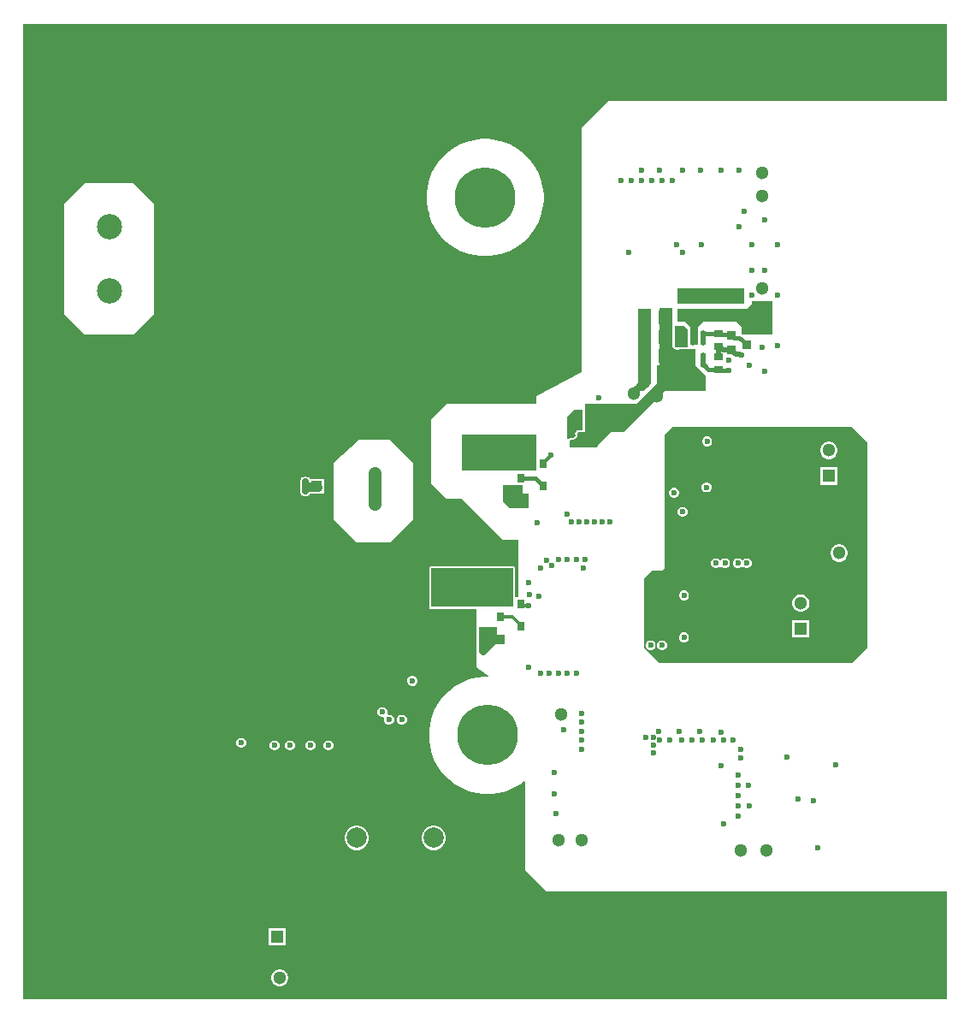
<source format=gbr>
%TF.GenerationSoftware,Altium Limited,Altium Designer,22.9.1 (49)*%
G04 Layer_Physical_Order=4*
G04 Layer_Color=16711680*
%FSLAX45Y45*%
%MOMM*%
%TF.SameCoordinates,B7DE9D22-2107-43EB-A15B-9EDAE082944A*%
%TF.FilePolarity,Positive*%
%TF.FileFunction,Copper,L4,Bot,Signal*%
%TF.Part,Single*%
G01*
G75*
%TA.AperFunction,SMDPad,CuDef*%
%ADD10R,1.45000X1.00000*%
%ADD12C,1.30000*%
%ADD13R,1.00000X1.45000*%
%ADD14R,0.75000X0.85000*%
G04:AMPARAMS|DCode=19|XSize=8mm|YSize=4.5mm|CornerRadius=1.125mm|HoleSize=0mm|Usage=FLASHONLY|Rotation=180.000|XOffset=0mm|YOffset=0mm|HoleType=Round|Shape=RoundedRectangle|*
%AMROUNDEDRECTD19*
21,1,8.00000,2.25000,0,0,180.0*
21,1,5.75000,4.50000,0,0,180.0*
1,1,2.25000,-2.87500,1.12500*
1,1,2.25000,2.87500,1.12500*
1,1,2.25000,2.87500,-1.12500*
1,1,2.25000,-2.87500,-1.12500*
%
%ADD19ROUNDEDRECTD19*%
%ADD20R,0.45000X0.45000*%
%ADD23R,0.85000X0.75000*%
G04:AMPARAMS|DCode=38|XSize=1.50543mm|YSize=0.57583mm|CornerRadius=0.28791mm|HoleSize=0mm|Usage=FLASHONLY|Rotation=90.000|XOffset=0mm|YOffset=0mm|HoleType=Round|Shape=RoundedRectangle|*
%AMROUNDEDRECTD38*
21,1,1.50543,0.00000,0,0,90.0*
21,1,0.92960,0.57583,0,0,90.0*
1,1,0.57583,0.00000,0.46480*
1,1,0.57583,0.00000,-0.46480*
1,1,0.57583,0.00000,-0.46480*
1,1,0.57583,0.00000,0.46480*
%
%ADD38ROUNDEDRECTD38*%
%ADD39R,0.57583X1.50543*%
%ADD40R,0.95000X0.95000*%
%TA.AperFunction,Conductor*%
%ADD46C,0.30000*%
%ADD48C,0.63500*%
%ADD49C,0.80000*%
%ADD50C,0.18500*%
%ADD53C,0.50800*%
%ADD54C,0.40000*%
%TA.AperFunction,ComponentPad*%
%ADD55C,1.30000*%
%ADD56C,6.00000*%
%ADD57C,1.90500*%
%ADD58C,2.00660*%
%ADD59C,0.60000*%
%ADD60C,2.50000*%
%ADD61R,1.30000X1.30000*%
%ADD62R,1.30000X1.30000*%
%TA.AperFunction,ViaPad*%
%ADD63C,0.60000*%
%TA.AperFunction,SMDPad,CuDef*%
%ADD64R,1.00000X1.00000*%
%ADD65R,0.80000X0.90000*%
%TA.AperFunction,Conductor*%
%ADD66C,1.27000*%
G36*
X7188200Y8407400D02*
X6527800D01*
Y8559800D01*
X7188200D01*
Y8407400D01*
D02*
G37*
G36*
X7467600Y8102600D02*
X7169308D01*
X7169170Y8102738D01*
X7162800Y8106995D01*
Y8178800D01*
X7112000Y8229600D01*
X6781800D01*
X6731000Y8178800D01*
Y8132512D01*
X6729201Y8123468D01*
Y8030508D01*
X6731000Y8021464D01*
Y8001000D01*
X6654800D01*
Y8178800D01*
X6604000Y8229600D01*
X6527800D01*
Y8356600D01*
X7213600D01*
X7264400Y8407400D01*
Y8432800D01*
X7467600D01*
Y8102600D01*
D02*
G37*
G36*
X6629400Y8153400D02*
Y7988300D01*
X6624392Y7983292D01*
X6560411D01*
X6552607Y7981739D01*
X6545991Y7977319D01*
X6545991Y7977318D01*
X6544572Y7975899D01*
X6543849Y7975600D01*
X6511751D01*
X6511029Y7975899D01*
X6502699Y7984229D01*
X6502400Y7984951D01*
Y8191500D01*
X6591300D01*
X6629400Y8153400D01*
D02*
G37*
G36*
X6261100Y7620000D02*
X6184900Y7543800D01*
X6121400D01*
X6096000Y7569200D01*
X6134100Y7607300D01*
Y7632700D01*
Y8356600D01*
X6261100D01*
Y7620000D01*
D02*
G37*
G36*
X5588000Y7157792D02*
X5541428D01*
X5539459Y7157400D01*
X5537450D01*
X5535594Y7156631D01*
X5533625Y7156240D01*
X5531955Y7155124D01*
X5530099Y7154355D01*
X5528679Y7152935D01*
X5527009Y7151819D01*
X5525893Y7150149D01*
X5524473Y7148729D01*
X5517417Y7138169D01*
X5516649Y7136314D01*
X5515533Y7134644D01*
X5515141Y7132674D01*
X5514372Y7130819D01*
Y7128810D01*
X5513981Y7126840D01*
X5514372Y7124871D01*
Y7122862D01*
X5515141Y7121006D01*
X5515533Y7119037D01*
X5516008Y7117889D01*
Y7106110D01*
X5511501Y7095229D01*
X5503171Y7086899D01*
X5492290Y7082392D01*
X5480511D01*
X5479363Y7082867D01*
X5477394Y7083259D01*
X5475538Y7084028D01*
X5473529D01*
X5471560Y7084419D01*
X5469591Y7084028D01*
X5467582D01*
X5465726Y7083259D01*
X5463756Y7082867D01*
X5462086Y7081751D01*
X5460231Y7080983D01*
X5449671Y7073927D01*
X5448300Y7072556D01*
X5448072Y7072557D01*
X5441343Y7074456D01*
X5435600Y7077817D01*
Y7295600D01*
X5500000Y7360000D01*
X5588000D01*
Y7157792D01*
D02*
G37*
G36*
X6477000Y7988300D02*
X6480314Y7984986D01*
X6485412Y7972677D01*
X6499477Y7958612D01*
X6517854Y7951000D01*
X6537746D01*
X6556123Y7958612D01*
X6560411Y7962900D01*
X6705600Y7962900D01*
Y7797800D01*
X6807200Y7696200D01*
Y7543800D01*
X6400800D01*
X5994400Y7137400D01*
X5867400D01*
X5715000Y6985000D01*
X5461000D01*
Y7056972D01*
X5471560Y7064028D01*
X5476454Y7062000D01*
X5496346D01*
X5514723Y7069612D01*
X5528788Y7083677D01*
X5536400Y7102054D01*
Y7121946D01*
X5534372Y7126840D01*
X5541428Y7137400D01*
X5613400D01*
Y7416800D01*
X6121400D01*
X6324600Y7620000D01*
Y7797800D01*
X6350000D01*
Y8369300D01*
X6477000D01*
Y7988300D01*
D02*
G37*
G36*
X5130800Y6756400D02*
X4394200D01*
Y7112000D01*
X5130800D01*
Y6756400D01*
D02*
G37*
G36*
X4991100Y6527800D02*
X5054600D01*
Y6388100D01*
X4864100D01*
X4800600Y6451600D01*
Y6616700D01*
X4991100D01*
Y6527800D01*
D02*
G37*
G36*
X9194800Y10414000D02*
X5842000D01*
X5575300Y10147300D01*
Y7734300D01*
X5130800Y7493000D01*
Y7416800D01*
X4241800D01*
X4089400Y7264400D01*
Y6629400D01*
X4241800Y6477000D01*
X4394200D01*
X4800600Y6070600D01*
X4953000D01*
Y5506460D01*
X4922592D01*
Y5791200D01*
X4921040Y5799004D01*
X4916619Y5805619D01*
X4910004Y5810040D01*
X4902200Y5811592D01*
X4089400D01*
X4081596Y5810040D01*
X4074981Y5805619D01*
X4070560Y5799004D01*
X4069008Y5791200D01*
Y5410200D01*
X4070560Y5402396D01*
X4074981Y5395781D01*
X4081596Y5391360D01*
X4089400Y5389808D01*
X4533900D01*
Y4813300D01*
X4653715Y4732344D01*
X4649997Y4720200D01*
X4610185D01*
X4534805Y4710276D01*
X4461365Y4690598D01*
X4391122Y4661502D01*
X4325278Y4623487D01*
X4264959Y4577203D01*
X4211197Y4523441D01*
X4164913Y4463122D01*
X4126898Y4397278D01*
X4097802Y4327035D01*
X4078124Y4253595D01*
X4068200Y4178215D01*
Y4102185D01*
X4078124Y4026805D01*
X4097802Y3953365D01*
X4126898Y3883122D01*
X4164913Y3817278D01*
X4211197Y3756959D01*
X4264959Y3703197D01*
X4325278Y3656913D01*
X4391122Y3618898D01*
X4461365Y3589802D01*
X4534805Y3570124D01*
X4610185Y3560200D01*
X4686215D01*
X4761595Y3570124D01*
X4835035Y3589802D01*
X4905278Y3618898D01*
X4971122Y3656913D01*
X5008610Y3685678D01*
X5020000Y3680061D01*
Y2803200D01*
X5232400Y2590800D01*
X9194800D01*
Y1524000D01*
X50800D01*
Y11176000D01*
X9194800D01*
Y10414000D01*
D02*
G37*
G36*
X4902200Y5410200D02*
X4089400D01*
Y5791200D01*
X4902200D01*
Y5410200D01*
D02*
G37*
G36*
X4737100Y5130800D02*
X4813300D01*
Y5041900D01*
X4724400D01*
X4610100Y4927600D01*
X4593937D01*
X4559300Y4962237D01*
Y5207000D01*
X4737100D01*
Y5130800D01*
D02*
G37*
G36*
X8407400Y7035800D02*
Y5003800D01*
X8255000Y4851400D01*
X6349999D01*
X6197600Y5003800D01*
Y5689600D01*
X6273800Y5765800D01*
X6375400D01*
X6400800Y5791200D01*
Y7112000D01*
X6477000Y7188200D01*
X8254999Y7188200D01*
X8407400Y7035800D01*
D02*
G37*
%LPC*%
G36*
X4660815Y10041500D02*
X4584785D01*
X4509405Y10031576D01*
X4435965Y10011898D01*
X4365722Y9982802D01*
X4299878Y9944787D01*
X4239559Y9898503D01*
X4185797Y9844741D01*
X4139513Y9784422D01*
X4101498Y9718578D01*
X4072402Y9648335D01*
X4052724Y9574895D01*
X4042800Y9499515D01*
Y9423485D01*
X4052724Y9348105D01*
X4072402Y9274665D01*
X4101498Y9204422D01*
X4139513Y9138578D01*
X4185797Y9078259D01*
X4239559Y9024497D01*
X4299878Y8978213D01*
X4365722Y8940198D01*
X4435965Y8911102D01*
X4509405Y8891424D01*
X4584785Y8881500D01*
X4660815D01*
X4736195Y8891424D01*
X4809635Y8911102D01*
X4879878Y8940198D01*
X4945722Y8978213D01*
X5006041Y9024497D01*
X5059803Y9078259D01*
X5106087Y9138578D01*
X5144102Y9204422D01*
X5173198Y9274665D01*
X5192876Y9348105D01*
X5202800Y9423485D01*
Y9499515D01*
X5192876Y9574895D01*
X5173198Y9648335D01*
X5144102Y9718578D01*
X5106087Y9784422D01*
X5059803Y9844741D01*
X5006041Y9898503D01*
X4945722Y9944787D01*
X4879878Y9982802D01*
X4809635Y10011898D01*
X4736195Y10031576D01*
X4660815Y10041500D01*
D02*
G37*
G36*
X1143000Y9601200D02*
X660400D01*
X457200Y9398000D01*
Y8305800D01*
X660400Y8102600D01*
X1143000D01*
X1346200Y8305800D01*
X1346200Y9398000D01*
X1143000Y9601200D01*
D02*
G37*
G36*
X2845279Y6699808D02*
X2825087Y6695791D01*
X2815736Y6689544D01*
X2802779D01*
Y6676586D01*
X2796531Y6667236D01*
X2792515Y6647044D01*
Y6609448D01*
X2791783Y6605767D01*
Y6561960D01*
X2791051Y6558280D01*
X2795067Y6538088D01*
X2801315Y6528738D01*
Y6515780D01*
X2814272D01*
X2823623Y6509533D01*
X2843814Y6505516D01*
X2864006Y6509533D01*
X2873357Y6515780D01*
X2886314D01*
Y6527800D01*
X3022600D01*
Y6535767D01*
X3027778D01*
Y6571403D01*
X3032209Y6593680D01*
X3027778Y6615957D01*
Y6675767D01*
X2888325D01*
X2887778Y6676586D01*
Y6689544D01*
X2874821D01*
X2865471Y6695791D01*
X2845279Y6699808D01*
D02*
G37*
G36*
X3381375Y7061200D02*
X3124200Y6832600D01*
X3124200Y6273800D01*
X3352800Y6045200D01*
X3682999D01*
X3911600Y6273799D01*
Y6832600D01*
X3683000Y7061200D01*
X3381375Y7061200D01*
D02*
G37*
G36*
X3914628Y4729142D02*
X3894737D01*
X3876360Y4721530D01*
X3862295Y4707465D01*
X3854683Y4689087D01*
Y4669196D01*
X3862295Y4650819D01*
X3876360Y4636754D01*
X3894737Y4629142D01*
X3914628D01*
X3933005Y4636754D01*
X3947071Y4650819D01*
X3954682Y4669196D01*
Y4689087D01*
X3947071Y4707465D01*
X3933005Y4721530D01*
X3914628Y4729142D01*
D02*
G37*
G36*
X3809786Y4342600D02*
X3789894D01*
X3771517Y4334988D01*
X3757452Y4320923D01*
X3749840Y4302546D01*
Y4282654D01*
X3757452Y4264277D01*
X3771517Y4250212D01*
X3789894Y4242600D01*
X3809786D01*
X3828163Y4250212D01*
X3842228Y4264277D01*
X3849840Y4282654D01*
Y4302546D01*
X3842228Y4320923D01*
X3828163Y4334988D01*
X3809786Y4342600D01*
D02*
G37*
G36*
X3616746Y4418800D02*
X3596854D01*
X3578477Y4411188D01*
X3564412Y4397123D01*
X3556800Y4378746D01*
Y4358854D01*
X3564412Y4340477D01*
X3578477Y4326412D01*
X3596854Y4318800D01*
X3616745D01*
X3625356Y4308620D01*
X3622840Y4302546D01*
Y4282654D01*
X3630452Y4264277D01*
X3644517Y4250212D01*
X3662894Y4242600D01*
X3682786D01*
X3701163Y4250212D01*
X3715228Y4264277D01*
X3722840Y4282654D01*
Y4302546D01*
X3715228Y4320923D01*
X3701163Y4334988D01*
X3682786Y4342600D01*
X3662895D01*
X3654284Y4352780D01*
X3656800Y4358854D01*
Y4378746D01*
X3649188Y4397123D01*
X3635123Y4411188D01*
X3616746Y4418800D01*
D02*
G37*
G36*
X2219746Y4114000D02*
X2199854D01*
X2181477Y4106388D01*
X2167412Y4092323D01*
X2159800Y4073946D01*
Y4054054D01*
X2167412Y4035677D01*
X2181477Y4021612D01*
X2199854Y4014000D01*
X2219746D01*
X2238123Y4021612D01*
X2252188Y4035677D01*
X2259800Y4054054D01*
Y4073946D01*
X2252188Y4092323D01*
X2238123Y4106388D01*
X2219746Y4114000D01*
D02*
G37*
G36*
X3083346Y4088600D02*
X3063454D01*
X3045077Y4080988D01*
X3031012Y4066923D01*
X3023400Y4048546D01*
Y4028654D01*
X3031012Y4010277D01*
X3045077Y3996212D01*
X3063454Y3988600D01*
X3083346D01*
X3101723Y3996212D01*
X3115788Y4010277D01*
X3123400Y4028654D01*
Y4048546D01*
X3115788Y4066923D01*
X3101723Y4080988D01*
X3083346Y4088600D01*
D02*
G37*
G36*
X2905546D02*
X2885654D01*
X2867277Y4080988D01*
X2853212Y4066923D01*
X2845600Y4048546D01*
Y4028654D01*
X2853212Y4010277D01*
X2867277Y3996212D01*
X2885654Y3988600D01*
X2905546D01*
X2923923Y3996212D01*
X2937988Y4010277D01*
X2945600Y4028654D01*
Y4048546D01*
X2937988Y4066923D01*
X2923923Y4080988D01*
X2905546Y4088600D01*
D02*
G37*
G36*
X2702346D02*
X2682454D01*
X2664077Y4080988D01*
X2650012Y4066923D01*
X2642400Y4048546D01*
Y4028654D01*
X2650012Y4010277D01*
X2664077Y3996212D01*
X2682454Y3988600D01*
X2702346D01*
X2720723Y3996212D01*
X2734788Y4010277D01*
X2742400Y4028654D01*
Y4048546D01*
X2734788Y4066923D01*
X2720723Y4080988D01*
X2702346Y4088600D01*
D02*
G37*
G36*
X2549946D02*
X2530054D01*
X2511677Y4080988D01*
X2497612Y4066923D01*
X2490000Y4048546D01*
Y4028654D01*
X2497612Y4010277D01*
X2511677Y3996212D01*
X2530054Y3988600D01*
X2549946D01*
X2568323Y3996212D01*
X2582388Y4010277D01*
X2590000Y4028654D01*
Y4048546D01*
X2582388Y4066923D01*
X2568323Y4080988D01*
X2549946Y4088600D01*
D02*
G37*
G36*
X4130642Y3244530D02*
X4098958D01*
X4068354Y3236330D01*
X4040916Y3220488D01*
X4018512Y3198084D01*
X4002670Y3170646D01*
X3994470Y3140042D01*
Y3108358D01*
X4002670Y3077754D01*
X4018512Y3050316D01*
X4040916Y3027912D01*
X4068354Y3012070D01*
X4098958Y3003870D01*
X4130642D01*
X4161246Y3012070D01*
X4188684Y3027912D01*
X4211088Y3050316D01*
X4226930Y3077754D01*
X4235130Y3108358D01*
Y3140042D01*
X4226930Y3170646D01*
X4211088Y3198084D01*
X4188684Y3220488D01*
X4161246Y3236330D01*
X4130642Y3244530D01*
D02*
G37*
G36*
X3368642D02*
X3336958D01*
X3306354Y3236330D01*
X3278916Y3220488D01*
X3256512Y3198084D01*
X3240670Y3170646D01*
X3232470Y3140042D01*
Y3108358D01*
X3240670Y3077754D01*
X3256512Y3050316D01*
X3278916Y3027912D01*
X3306354Y3012070D01*
X3336958Y3003870D01*
X3368642D01*
X3399246Y3012070D01*
X3426684Y3027912D01*
X3449088Y3050316D01*
X3464930Y3077754D01*
X3473130Y3108358D01*
Y3140042D01*
X3464930Y3170646D01*
X3449088Y3198084D01*
X3426684Y3220488D01*
X3399246Y3236330D01*
X3368642Y3244530D01*
D02*
G37*
G36*
X2650400Y2231300D02*
X2480400D01*
Y2061300D01*
X2650400D01*
Y2231300D01*
D02*
G37*
G36*
X2601990Y1824900D02*
X2579610D01*
X2557991Y1819107D01*
X2538609Y1807917D01*
X2522783Y1792091D01*
X2511593Y1772709D01*
X2505800Y1751090D01*
Y1728710D01*
X2511593Y1707091D01*
X2522783Y1687709D01*
X2538609Y1671883D01*
X2557991Y1660693D01*
X2579610Y1654900D01*
X2601990D01*
X2623609Y1660693D01*
X2642991Y1671883D01*
X2658817Y1687709D01*
X2670007Y1707091D01*
X2675800Y1728710D01*
Y1751090D01*
X2670007Y1772709D01*
X2658817Y1792091D01*
X2642991Y1807917D01*
X2623609Y1819107D01*
X2601990Y1824900D01*
D02*
G37*
G36*
X6829846Y7098500D02*
X6809954D01*
X6791577Y7090888D01*
X6777512Y7076823D01*
X6769900Y7058446D01*
Y7038554D01*
X6777512Y7020177D01*
X6791577Y7006112D01*
X6809954Y6998500D01*
X6829846D01*
X6848223Y7006112D01*
X6862288Y7020177D01*
X6869900Y7038554D01*
Y7058446D01*
X6862288Y7076823D01*
X6848223Y7090888D01*
X6829846Y7098500D01*
D02*
G37*
G36*
X8037590Y7044600D02*
X8015210D01*
X7993591Y7038807D01*
X7974209Y7027617D01*
X7958383Y7011791D01*
X7947193Y6992409D01*
X7941400Y6970790D01*
Y6948410D01*
X7947193Y6926791D01*
X7958383Y6907409D01*
X7974209Y6891583D01*
X7993591Y6880393D01*
X8015210Y6874600D01*
X8037590D01*
X8059209Y6880393D01*
X8078591Y6891583D01*
X8094417Y6907409D01*
X8105607Y6926791D01*
X8111400Y6948410D01*
Y6970790D01*
X8105607Y6992409D01*
X8094417Y7011791D01*
X8078591Y7027617D01*
X8059209Y7038807D01*
X8037590Y7044600D01*
D02*
G37*
G36*
X8111400Y6790600D02*
X7941400D01*
Y6620600D01*
X8111400D01*
Y6790600D01*
D02*
G37*
G36*
X6823146Y6645000D02*
X6803254D01*
X6784877Y6637388D01*
X6770812Y6623323D01*
X6763200Y6604946D01*
Y6585054D01*
X6770812Y6566677D01*
X6784877Y6552612D01*
X6803254Y6545000D01*
X6823146D01*
X6841523Y6552612D01*
X6855588Y6566677D01*
X6863200Y6585054D01*
Y6604946D01*
X6855588Y6623323D01*
X6841523Y6637388D01*
X6823146Y6645000D01*
D02*
G37*
G36*
X6503744Y6590500D02*
X6483853D01*
X6465476Y6582888D01*
X6451410Y6568823D01*
X6443798Y6550446D01*
Y6530554D01*
X6451410Y6512177D01*
X6465476Y6498112D01*
X6483853Y6490500D01*
X6503744D01*
X6522121Y6498112D01*
X6536186Y6512177D01*
X6543798Y6530554D01*
Y6550446D01*
X6536186Y6568823D01*
X6522121Y6582888D01*
X6503744Y6590500D01*
D02*
G37*
G36*
X6588546Y6400000D02*
X6568654D01*
X6550277Y6392388D01*
X6536212Y6378323D01*
X6528600Y6359946D01*
Y6340054D01*
X6536212Y6321677D01*
X6550277Y6307612D01*
X6568654Y6300000D01*
X6588546D01*
X6606923Y6307612D01*
X6620988Y6321677D01*
X6628600Y6340054D01*
Y6359946D01*
X6620988Y6378323D01*
X6606923Y6392388D01*
X6588546Y6400000D01*
D02*
G37*
G36*
X7223546Y5892000D02*
X7203654D01*
X7185277Y5884388D01*
X7177447Y5876557D01*
X7169150Y5871564D01*
X7160853Y5876557D01*
X7153023Y5884388D01*
X7134646Y5892000D01*
X7114754D01*
X7096377Y5884388D01*
X7082312Y5870323D01*
X7074700Y5851946D01*
Y5832054D01*
X7082312Y5813677D01*
X7096377Y5799612D01*
X7114754Y5792000D01*
X7134646D01*
X7153023Y5799612D01*
X7160853Y5807443D01*
X7169150Y5812436D01*
X7177447Y5807443D01*
X7185277Y5799612D01*
X7203654Y5792000D01*
X7223546D01*
X7241923Y5799612D01*
X7255988Y5813677D01*
X7263600Y5832054D01*
Y5851946D01*
X7255988Y5870323D01*
X7241923Y5884388D01*
X7223546Y5892000D01*
D02*
G37*
G36*
X7007646D02*
X6987754D01*
X6969377Y5884388D01*
X6961547Y5876557D01*
X6953250Y5871564D01*
X6944953Y5876557D01*
X6937123Y5884388D01*
X6918746Y5892000D01*
X6898854D01*
X6880477Y5884388D01*
X6866412Y5870323D01*
X6858800Y5851946D01*
Y5832054D01*
X6866412Y5813677D01*
X6880477Y5799612D01*
X6898854Y5792000D01*
X6918746D01*
X6937123Y5799612D01*
X6944953Y5807443D01*
X6953250Y5812436D01*
X6961547Y5807443D01*
X6969377Y5799612D01*
X6987754Y5792000D01*
X7007646D01*
X7026023Y5799612D01*
X7040088Y5813677D01*
X7047700Y5832054D01*
Y5851946D01*
X7040088Y5870323D01*
X7026023Y5884388D01*
X7007646Y5892000D01*
D02*
G37*
G36*
X8139190Y6028600D02*
X8116810D01*
X8095191Y6022807D01*
X8075809Y6011617D01*
X8059983Y5995791D01*
X8048793Y5976409D01*
X8043000Y5954790D01*
Y5932410D01*
X8048793Y5910791D01*
X8059983Y5891409D01*
X8075809Y5875583D01*
X8095191Y5864393D01*
X8116810Y5858600D01*
X8139190D01*
X8160809Y5864393D01*
X8180191Y5875583D01*
X8196017Y5891409D01*
X8207207Y5910791D01*
X8213000Y5932410D01*
Y5954790D01*
X8207207Y5976409D01*
X8196017Y5995791D01*
X8180191Y6011617D01*
X8160809Y6022807D01*
X8139190Y6028600D01*
D02*
G37*
G36*
X6601246Y5574500D02*
X6581354D01*
X6562977Y5566888D01*
X6548912Y5552823D01*
X6541300Y5534446D01*
Y5514554D01*
X6548912Y5496177D01*
X6562977Y5482112D01*
X6581354Y5474500D01*
X6601246D01*
X6619623Y5482112D01*
X6633688Y5496177D01*
X6641300Y5514554D01*
Y5534446D01*
X6633688Y5552823D01*
X6619623Y5566888D01*
X6601246Y5574500D01*
D02*
G37*
G36*
X7760730Y5535840D02*
X7738350D01*
X7716731Y5530047D01*
X7697349Y5518857D01*
X7681523Y5503031D01*
X7670333Y5483649D01*
X7664540Y5462030D01*
Y5439650D01*
X7670333Y5418031D01*
X7681523Y5398649D01*
X7697349Y5382823D01*
X7716731Y5371633D01*
X7738350Y5365840D01*
X7760730D01*
X7782349Y5371633D01*
X7801731Y5382823D01*
X7817557Y5398649D01*
X7828747Y5418031D01*
X7834540Y5439650D01*
Y5462030D01*
X7828747Y5483649D01*
X7817557Y5503031D01*
X7801731Y5518857D01*
X7782349Y5530047D01*
X7760730Y5535840D01*
D02*
G37*
G36*
X7834540Y5281840D02*
X7664540D01*
Y5111840D01*
X7834540D01*
Y5281840D01*
D02*
G37*
G36*
X6601246Y5157940D02*
X6581354D01*
X6562977Y5150328D01*
X6548912Y5136263D01*
X6541300Y5117886D01*
Y5097994D01*
X6548912Y5079617D01*
X6562977Y5065552D01*
X6581354Y5057940D01*
X6601246D01*
X6619623Y5065552D01*
X6633688Y5079617D01*
X6641300Y5097994D01*
Y5117886D01*
X6633688Y5136263D01*
X6619623Y5150328D01*
X6601246Y5157940D01*
D02*
G37*
G36*
X6385346Y5079200D02*
X6365454D01*
X6347077Y5071588D01*
X6333012Y5057523D01*
X6325400Y5039146D01*
Y5019254D01*
X6333012Y5000877D01*
X6347077Y4986812D01*
X6365454Y4979200D01*
X6385346D01*
X6403723Y4986812D01*
X6417788Y5000877D01*
X6425400Y5019254D01*
Y5039146D01*
X6417788Y5057523D01*
X6403723Y5071588D01*
X6385346Y5079200D01*
D02*
G37*
G36*
X6271046D02*
X6251154D01*
X6232777Y5071588D01*
X6218712Y5057523D01*
X6211100Y5039146D01*
Y5019254D01*
X6218712Y5000877D01*
X6232777Y4986812D01*
X6251154Y4979200D01*
X6271046D01*
X6289423Y4986812D01*
X6303488Y5000877D01*
X6311100Y5019254D01*
Y5039146D01*
X6303488Y5057523D01*
X6289423Y5071588D01*
X6271046Y5079200D01*
D02*
G37*
%LPD*%
D10*
X6827520Y8477000D02*
D03*
Y8287000D02*
D03*
X7029388Y8478510D02*
D03*
Y8288509D02*
D03*
X6622988Y8478510D02*
D03*
Y8288509D02*
D03*
D12*
X6324600Y7493000D02*
D03*
X6096000Y7518400D02*
D03*
D13*
X6199120Y7703820D02*
D03*
X6389120D02*
D03*
X6198630Y8276528D02*
D03*
X6388631D02*
D03*
X6199120Y7894320D02*
D03*
X6389120D02*
D03*
X6199120Y8084820D02*
D03*
X6389120D02*
D03*
D14*
X5544820Y7317740D02*
D03*
X5669820D02*
D03*
X5543528Y7200870D02*
D03*
X5668528D02*
D03*
D19*
X3708400Y4978400D02*
D03*
D20*
X2765278Y6647044D02*
D03*
X2845279D02*
D03*
X2763814Y6558280D02*
D03*
X2843814D02*
D03*
D23*
X6934200Y7760700D02*
D03*
Y7885700D02*
D03*
Y8114300D02*
D03*
Y7989300D02*
D03*
D38*
X6778948Y7856911D02*
D03*
Y8076988D02*
D03*
X6588948Y7856911D02*
D03*
X6683948Y8076988D02*
D03*
D39*
X6588948D02*
D03*
D40*
X7061200Y8101400D02*
D03*
Y7951400D02*
D03*
X7213600Y8002200D02*
D03*
Y8152200D02*
D03*
D46*
X4998518Y5422900D02*
X5058698D01*
X4754298Y5118600D02*
X4779298Y5093600D01*
X4897818Y5308600D02*
X4979958Y5226460D01*
Y5441460D02*
X4998518Y5422900D01*
X4979958Y5221460D02*
Y5226460D01*
X5198398Y6828300D02*
Y6833300D01*
X5270500Y6905402D02*
Y6908800D01*
X5198398Y6833300D02*
X5270500Y6905402D01*
X4779298Y5088600D02*
Y5093600D01*
X4653280Y5123180D02*
X4658692D01*
X4779298Y5308600D02*
X4897818D01*
X4663272Y5118600D02*
X4754298D01*
X4658692Y5123180D02*
X4663272Y5118600D01*
D48*
X2844547Y6559012D02*
Y6605767D01*
X2843814Y6558280D02*
X2844547Y6559012D01*
X2845279Y6605767D02*
X2957778D01*
X6153950Y7594345D02*
Y7601750D01*
X2845279Y6605767D02*
Y6647044D01*
X6096000Y7518400D02*
Y7536395D01*
X6153950Y7594345D01*
Y7601750D02*
X6159500Y7607300D01*
D49*
X2957778Y6605767D02*
X2967778Y6595767D01*
X2882900Y6593680D02*
X2971034D01*
D50*
X3286760Y5006204D02*
Y5021580D01*
X3294700Y4998264D02*
Y5013640D01*
X4089655Y4956419D02*
Y4978400D01*
X3927055D02*
X4008355D01*
X3708400D02*
X3845755D01*
X3927055Y4956419D02*
Y4978400D01*
X3845755D02*
X3886200D01*
X3927055D01*
X4008355Y4956419D02*
Y4978400D01*
X3845755Y4956419D02*
Y4978400D01*
X4008355D02*
X4030337D01*
X4008355Y4956419D02*
X4030337Y4978400D01*
X3322775Y4958959D02*
Y4970189D01*
X4089655Y4978400D02*
X4130040D01*
X3294700Y4998264D02*
X3322775Y4970189D01*
X3286760Y5006204D02*
X3294700Y4998264D01*
X3286760Y5021580D02*
X3294700Y5013640D01*
X4170955Y4956419D02*
Y4978400D01*
X4252255Y4956419D02*
Y4978400D01*
X4130040D02*
X4170955D01*
X4252255Y4956419D02*
Y4978400D01*
X4130040D02*
Y5019040D01*
X4414855Y4956419D02*
Y4967577D01*
X4455160Y5007882D01*
Y5019040D01*
X4373880Y5007892D02*
Y5019040D01*
X4252255Y4978400D02*
X4278418D01*
X4171071D02*
X4252255D01*
X4344388D02*
X4359707D01*
X4278418D02*
X4284660Y4984641D01*
Y5011100D01*
X4292600Y5019040D01*
X4373880Y5007892D02*
Y5019040D01*
X4359707Y4978400D02*
X4373748Y4964359D01*
X4406915D01*
X4414855Y4956419D01*
X4344388Y4978400D02*
X4373880Y5007892D01*
X4333555Y4967567D02*
X4344388Y4978400D01*
X4252255Y4956419D02*
Y4978400D01*
X4333555Y4956419D02*
Y4967567D01*
X4373880Y5007892D02*
Y5019040D01*
X4278418Y4978400D02*
X4292459Y4964359D01*
X4325615D01*
X4171071Y4978400D02*
X4211320Y5018649D01*
Y5019040D01*
X6527800Y8153400D02*
X6539030D01*
X6549420Y8143009D01*
X6569406D01*
X6588948Y8123468D01*
Y8076988D02*
Y8123468D01*
D53*
X2692400Y6553200D02*
X2743200D01*
X2689582Y6647112D02*
X2765210D01*
X2743200Y6553200D02*
X2758734D01*
X2765210Y6647112D02*
X2765278Y6647044D01*
X7151570Y7899400D02*
X7162800D01*
X7099450Y7913150D02*
X7137820D01*
X2689514Y6647180D02*
X2689582Y6647112D01*
X6934200Y7989300D02*
X6939200D01*
X7061200Y7951400D02*
X7099450Y7913150D01*
X6977100Y7951400D02*
X7061200D01*
X2754036Y6635802D02*
X2765278Y6647044D01*
X7137820Y7913150D02*
X7151570Y7899400D01*
X6939200Y7989300D02*
X6977100Y7951400D01*
X2758734Y6553200D02*
X2763814Y6558280D01*
X6934200Y7885700D02*
Y7989300D01*
X2743200Y6553200D02*
X2754036Y6564036D01*
Y6635802D01*
D54*
X6778948Y7815189D02*
X6831700Y7762437D01*
X7054750Y8107850D02*
X7061200Y8101400D01*
X6831700Y7762437D02*
X6932463D01*
X6934200Y8114300D02*
X6940650Y8107850D01*
X7031973Y7750827D02*
X7035800Y7747000D01*
X6940650Y8107850D02*
X7054750D01*
X6932463Y7762437D02*
X6944073Y7750827D01*
X6778948Y8076988D02*
Y8106178D01*
X6944073Y7750827D02*
X7031973D01*
X6787070Y8114300D02*
X6934200D01*
X5173398Y6633300D02*
X5178398D01*
X5198398Y6608300D02*
Y6613300D01*
X6778948Y8106178D02*
X6787070Y8114300D01*
X5178398Y6633300D02*
X5198398Y6613300D01*
X5118098Y6688600D02*
X5173398Y6633300D01*
X4978400Y6688600D02*
X5118098D01*
X7061200Y8101400D02*
X7088700Y8073900D01*
X7140332D02*
X7149532Y8064700D01*
X7151100D02*
X7213600Y8002200D01*
X7088700Y8073900D02*
X7140332D01*
X6778948Y7815189D02*
Y7856911D01*
X7149532Y8064700D02*
X7151100D01*
D55*
X5372100Y4343400D02*
D03*
X3276600Y3784600D02*
D03*
X4775200Y3200400D02*
D03*
X1841500Y6197600D02*
D03*
X2298700Y4584700D02*
D03*
X7407663Y3001843D02*
D03*
X5350798Y3098800D02*
D03*
X8128000Y6189980D02*
D03*
X7366000Y9707182D02*
D03*
Y8331200D02*
D03*
X2590800Y1739900D02*
D03*
X2365400Y2146300D02*
D03*
X5579398Y3098800D02*
D03*
X7153663Y3001843D02*
D03*
X2362200Y1739900D02*
D03*
X8026400Y6959600D02*
D03*
X7366000Y8564182D02*
D03*
Y9474200D02*
D03*
X7749540Y5450840D02*
D03*
X8128000Y5943600D02*
D03*
D56*
X2082800Y10718800D02*
D03*
X8128000Y2286000D02*
D03*
X4622800Y9461500D02*
D03*
X8178800Y10718800D02*
D03*
X4648200Y4140200D02*
D03*
X1016000Y2286000D02*
D03*
D57*
X3608070Y3379470D02*
D03*
Y2868930D02*
D03*
X3097530Y3379470D02*
D03*
Y2868930D02*
D03*
X4370070Y3379470D02*
D03*
Y2868930D02*
D03*
X3859530D02*
D03*
Y3379470D02*
D03*
D58*
X3352800Y3124200D02*
D03*
X4114800D02*
D03*
D59*
X3694682Y4579142D02*
D03*
X3774682D02*
D03*
Y4499142D02*
D03*
X3694682D02*
D03*
D60*
X914400Y10121900D02*
D03*
Y10756900D02*
D03*
X905798Y8542020D02*
D03*
Y9177020D02*
D03*
D61*
X2565400Y2146300D02*
D03*
D62*
X8026400Y6705600D02*
D03*
X7749540Y5196840D02*
D03*
D63*
X5750000Y7480000D02*
D03*
X7390800Y9243000D02*
D03*
X7515800Y8993000D02*
D03*
X7390800Y8743000D02*
D03*
X7515800Y8493000D02*
D03*
Y7993000D02*
D03*
X7390800Y7743000D02*
D03*
X7265800Y8993000D02*
D03*
Y8493000D02*
D03*
X6765800Y8993000D02*
D03*
X6515800D02*
D03*
X5140800Y6243000D02*
D03*
X3530600Y6527800D02*
D03*
Y6426200D02*
D03*
Y6629400D02*
D03*
X5592460Y5796704D02*
D03*
X5156200Y5511800D02*
D03*
X5169088Y5796380D02*
D03*
X5233623Y5874360D02*
D03*
X5283369Y5822597D02*
D03*
X5059383Y5535767D02*
D03*
X5058441Y5653502D02*
D03*
X3048000Y4419600D02*
D03*
X2971800D02*
D03*
X2870200D02*
D03*
X2768600D02*
D03*
X3073400Y4038600D02*
D03*
X2895600D02*
D03*
X2692400D02*
D03*
X2540000D02*
D03*
X3149600Y4470400D02*
D03*
X3318338Y4181659D02*
D03*
X5070400Y6832600D02*
D03*
X7924800Y5410200D02*
D03*
X8255000D02*
D03*
Y5156200D02*
D03*
X7924800D02*
D03*
X8102600Y5283200D02*
D03*
X7162800Y5207000D02*
D03*
X7493000D02*
D03*
Y4953000D02*
D03*
X7162800D02*
D03*
X7340600Y5080000D02*
D03*
X6451600Y6146800D02*
D03*
X6781800D02*
D03*
Y5892800D02*
D03*
X6451600D02*
D03*
X6629400Y6019800D02*
D03*
X7416800Y5892800D02*
D03*
X7747000D02*
D03*
Y5638800D02*
D03*
X7416800D02*
D03*
X7594600Y5765800D02*
D03*
X7569200Y6375400D02*
D03*
X7391400Y6248400D02*
D03*
X7721600D02*
D03*
Y6502400D02*
D03*
X7391400D02*
D03*
Y6959600D02*
D03*
X7696200D02*
D03*
X7264400Y8737600D02*
D03*
X6578600Y8915400D02*
D03*
X6045200D02*
D03*
X7366000Y7975600D02*
D03*
X6172200Y9728200D02*
D03*
X6350000D02*
D03*
X6578600D02*
D03*
X6756400D02*
D03*
X6959600D02*
D03*
X7137400D02*
D03*
X8999997Y10799997D02*
D03*
Y2399999D02*
D03*
Y1799999D02*
D03*
X8699997Y10799997D02*
D03*
X8849997Y10499997D02*
D03*
X8699997Y2399999D02*
D03*
X8849997Y2099999D02*
D03*
X8699997Y1799999D02*
D03*
X8549997Y10499997D02*
D03*
Y2099999D02*
D03*
X8399997Y1799999D02*
D03*
X8099998D02*
D03*
X7799998Y10799997D02*
D03*
Y1799999D02*
D03*
X7499998Y10799997D02*
D03*
X7649998Y10499997D02*
D03*
X7499998Y2399999D02*
D03*
X7649998Y2099999D02*
D03*
X7499998Y1799999D02*
D03*
X7199998Y10799997D02*
D03*
X7349998Y10499997D02*
D03*
X7199998Y2399999D02*
D03*
X7349998Y2099999D02*
D03*
X7199998Y1799999D02*
D03*
X6899998Y10799997D02*
D03*
X7049998Y10499997D02*
D03*
X6899998Y2399999D02*
D03*
X7049998Y2099999D02*
D03*
X6899998Y1799999D02*
D03*
X6599998Y10799997D02*
D03*
X6749998Y10499997D02*
D03*
X6599998Y2399999D02*
D03*
X6749998Y2099999D02*
D03*
X6599998Y1799999D02*
D03*
X6299998Y10799997D02*
D03*
X6449998Y10499997D02*
D03*
X6299998Y2399999D02*
D03*
X6449998Y2099999D02*
D03*
X6299998Y1799999D02*
D03*
X5999998Y10799997D02*
D03*
X6149998Y10499997D02*
D03*
X5999998Y2399999D02*
D03*
X6149998Y2099999D02*
D03*
X5999998Y1799999D02*
D03*
X5699998Y10799997D02*
D03*
X5849998Y10499997D02*
D03*
X5699998Y2399999D02*
D03*
X5849998Y2099999D02*
D03*
X5699998Y1799999D02*
D03*
X5399998Y10799997D02*
D03*
X5549998Y10499997D02*
D03*
X5399998Y10199997D02*
D03*
Y9599997D02*
D03*
Y8999997D02*
D03*
Y2399999D02*
D03*
X5549998Y2099999D02*
D03*
X5399998Y1799999D02*
D03*
X5099998Y10799997D02*
D03*
X5249998Y10499997D02*
D03*
X5099998Y10199997D02*
D03*
X5249998Y9899997D02*
D03*
Y9299997D02*
D03*
X5099998Y8999997D02*
D03*
X5249998Y8699997D02*
D03*
X5099998Y2399999D02*
D03*
X5249998Y2099999D02*
D03*
X5099998Y1799999D02*
D03*
X4799999Y10799997D02*
D03*
X4949998Y10499997D02*
D03*
X4799999Y10199997D02*
D03*
X4949998Y8699997D02*
D03*
Y3299999D02*
D03*
X4799999Y2999999D02*
D03*
X4949998Y2699999D02*
D03*
X4799999Y2399999D02*
D03*
X4949998Y2099999D02*
D03*
X4799999Y1799999D02*
D03*
X4499999Y10799997D02*
D03*
X4649999Y10499997D02*
D03*
X4499999Y10199997D02*
D03*
X4649999Y8699997D02*
D03*
X4499999Y4799999D02*
D03*
X4649999Y3299999D02*
D03*
X4499999Y2999999D02*
D03*
X4649999Y2699999D02*
D03*
X4499999Y2399999D02*
D03*
X4649999Y2099999D02*
D03*
X4499999Y1799999D02*
D03*
X4199999Y10799997D02*
D03*
X4349999Y10499997D02*
D03*
X4199999Y10199997D02*
D03*
Y8999997D02*
D03*
X4349999Y8699997D02*
D03*
X4199999Y4799999D02*
D03*
Y3599999D02*
D03*
X4349999Y2699999D02*
D03*
X4199999Y2399999D02*
D03*
X4349999Y2099999D02*
D03*
X4199999Y1799999D02*
D03*
X3899999Y10799997D02*
D03*
X4049999Y10499997D02*
D03*
X3899999Y10199997D02*
D03*
X4049999Y9899997D02*
D03*
X3899999Y9599997D02*
D03*
X4049999Y9299997D02*
D03*
X3899999Y8999997D02*
D03*
X4049999Y3299999D02*
D03*
Y2699999D02*
D03*
X3899999Y2399999D02*
D03*
X4049999Y2099999D02*
D03*
X3899999Y1799999D02*
D03*
X3599999Y10799997D02*
D03*
X3749999Y10499997D02*
D03*
X3599999Y10199997D02*
D03*
X3749999Y9899997D02*
D03*
X3599999Y9599997D02*
D03*
X3749999Y9299997D02*
D03*
X3599999Y8999997D02*
D03*
X3749999Y2699999D02*
D03*
X3599999Y2399999D02*
D03*
X3749999Y2099999D02*
D03*
X3599999Y1799999D02*
D03*
X3299999Y10799997D02*
D03*
X3449999Y10499997D02*
D03*
X3299999Y10199997D02*
D03*
X3449999Y9899997D02*
D03*
X3299999Y9599997D02*
D03*
X3449999Y9299997D02*
D03*
X3299999Y8999997D02*
D03*
X3449999Y8699997D02*
D03*
X3299999Y3599999D02*
D03*
X3449999Y3299999D02*
D03*
Y2699999D02*
D03*
X3299999Y2399999D02*
D03*
X3449999Y2099999D02*
D03*
X3299999Y1799999D02*
D03*
X2999999Y10799997D02*
D03*
X3149999Y10499997D02*
D03*
X2999999Y10199997D02*
D03*
X3149999Y9899997D02*
D03*
X2999999Y9599997D02*
D03*
X3149999Y9299997D02*
D03*
X2999999Y8999997D02*
D03*
X3149999Y8699997D02*
D03*
Y5699998D02*
D03*
X2999999Y5399998D02*
D03*
Y4799999D02*
D03*
X3149999Y3899999D02*
D03*
X2999999Y3599999D02*
D03*
Y2999999D02*
D03*
X3149999Y2699999D02*
D03*
X2999999Y2399999D02*
D03*
X3149999Y2099999D02*
D03*
X2999999Y1799999D02*
D03*
X2699999Y10799997D02*
D03*
X2849999Y10499997D02*
D03*
X2699999Y10199997D02*
D03*
X2849999Y9899997D02*
D03*
X2699999Y9599997D02*
D03*
X2849999Y9299997D02*
D03*
X2699999Y8999997D02*
D03*
X2849999Y8699997D02*
D03*
X2699999Y5999998D02*
D03*
X2849999Y5699998D02*
D03*
X2699999Y5399998D02*
D03*
Y4799999D02*
D03*
X2849999Y4499999D02*
D03*
Y3899999D02*
D03*
X2699999Y3599999D02*
D03*
X2849999Y3299999D02*
D03*
Y2699999D02*
D03*
Y2099999D02*
D03*
X2549999Y10499997D02*
D03*
X2399999Y10199997D02*
D03*
X2549999Y9899997D02*
D03*
X2399999Y9599997D02*
D03*
X2549999Y9299997D02*
D03*
X2399999Y8999997D02*
D03*
X2549999Y8699997D02*
D03*
Y6899998D02*
D03*
X2399999Y6599998D02*
D03*
Y5999998D02*
D03*
X2549999Y5699998D02*
D03*
X2399999Y5399998D02*
D03*
X2549999Y5099998D02*
D03*
X2399999Y4799999D02*
D03*
X2549999Y4499999D02*
D03*
Y3899999D02*
D03*
X2099999Y10199997D02*
D03*
X2249999Y9899997D02*
D03*
X2099999Y9599997D02*
D03*
X2249999Y6899998D02*
D03*
X2099999Y6599998D02*
D03*
X2249999Y5699998D02*
D03*
X2099999Y5399998D02*
D03*
X2249999Y5099998D02*
D03*
X2099999Y4799999D02*
D03*
Y2399999D02*
D03*
X2249999Y2099999D02*
D03*
X2099999Y1799999D02*
D03*
X1799999Y10199997D02*
D03*
X1949999Y9899997D02*
D03*
Y6899998D02*
D03*
X1799999Y6599998D02*
D03*
X1949999Y6299998D02*
D03*
X1799999Y5999998D02*
D03*
X1949999Y5699998D02*
D03*
X1799999Y5399998D02*
D03*
X1949999Y5099998D02*
D03*
X1799999Y4799999D02*
D03*
X1949999Y4499999D02*
D03*
X1799999Y4199999D02*
D03*
X1949999Y3899999D02*
D03*
X1799999Y3599999D02*
D03*
Y2999999D02*
D03*
X1949999Y2699999D02*
D03*
X1799999Y2399999D02*
D03*
X1949999Y2099999D02*
D03*
X1799999Y1799999D02*
D03*
X1500000Y10799997D02*
D03*
X1649999Y10499997D02*
D03*
X1500000Y10199997D02*
D03*
X1649999Y6899998D02*
D03*
X1500000Y6599998D02*
D03*
X1649999Y6299998D02*
D03*
X1500000Y5999998D02*
D03*
X1649999Y5699998D02*
D03*
X1500000Y5399998D02*
D03*
X1649999Y5099998D02*
D03*
X1500000Y4799999D02*
D03*
X1649999Y4499999D02*
D03*
X1500000Y4199999D02*
D03*
X1649999Y3899999D02*
D03*
X1500000Y3599999D02*
D03*
X1649999Y3299999D02*
D03*
X1500000Y2999999D02*
D03*
X1649999Y2699999D02*
D03*
X1500000Y2399999D02*
D03*
X1649999Y2099999D02*
D03*
X1500000Y1799999D02*
D03*
X1200000Y10799997D02*
D03*
X1350000Y10499997D02*
D03*
X1200000Y10199997D02*
D03*
X1350000Y9899997D02*
D03*
Y6899998D02*
D03*
X1200000Y6599998D02*
D03*
X1350000Y6299998D02*
D03*
X1200000Y5999998D02*
D03*
X1350000Y5699998D02*
D03*
X1200000Y5399998D02*
D03*
X1350000Y5099998D02*
D03*
X1200000Y4799999D02*
D03*
X1350000Y4499999D02*
D03*
X1200000Y4199999D02*
D03*
X1350000Y3899999D02*
D03*
X1200000Y3599999D02*
D03*
X1350000Y3299999D02*
D03*
X1200000Y2999999D02*
D03*
X1350000Y2699999D02*
D03*
Y2099999D02*
D03*
X1200000Y1799999D02*
D03*
X1050000Y10499997D02*
D03*
Y6899998D02*
D03*
X900000Y6599998D02*
D03*
X1050000Y6299998D02*
D03*
X900000Y5999998D02*
D03*
X1050000Y5699998D02*
D03*
X900000Y5399998D02*
D03*
X1050000Y5099998D02*
D03*
X900000Y4799999D02*
D03*
X1050000Y4499999D02*
D03*
X900000Y4199999D02*
D03*
X1050000Y3899999D02*
D03*
X900000Y3599999D02*
D03*
X1050000Y3299999D02*
D03*
X900000Y2999999D02*
D03*
X1050000Y2699999D02*
D03*
X900000Y1799999D02*
D03*
X600000Y10799997D02*
D03*
X750000Y10499997D02*
D03*
X600000Y10199997D02*
D03*
X750000Y9899997D02*
D03*
Y6899998D02*
D03*
X600000Y6599998D02*
D03*
X750000Y6299998D02*
D03*
X600000Y5999998D02*
D03*
X750000Y5699998D02*
D03*
X600000Y5399998D02*
D03*
X750000Y5099998D02*
D03*
X600000Y4799999D02*
D03*
X750000Y4499999D02*
D03*
X600000Y4199999D02*
D03*
X750000Y3899999D02*
D03*
X600000Y3599999D02*
D03*
X750000Y3299999D02*
D03*
X600000Y2999999D02*
D03*
X750000Y2699999D02*
D03*
X600000Y2399999D02*
D03*
Y1799999D02*
D03*
X300000Y10799997D02*
D03*
X450000Y10499997D02*
D03*
X300000Y10199997D02*
D03*
X450000Y9899997D02*
D03*
X300000Y7199998D02*
D03*
X450000Y6899998D02*
D03*
X300000Y6599998D02*
D03*
X450000Y6299998D02*
D03*
X300000Y5999998D02*
D03*
X450000Y5699998D02*
D03*
X300000Y5399998D02*
D03*
X450000Y5099998D02*
D03*
X300000Y4799999D02*
D03*
X450000Y4499999D02*
D03*
X300000Y4199999D02*
D03*
X450000Y3899999D02*
D03*
X300000Y3599999D02*
D03*
X450000Y3299999D02*
D03*
X300000Y2999999D02*
D03*
X450000Y2699999D02*
D03*
X300000Y2399999D02*
D03*
X450000Y2099999D02*
D03*
X300000Y1799999D02*
D03*
X5070400Y6985000D02*
D03*
X4279900Y8483600D02*
D03*
X3378200D02*
D03*
X2133600Y6273800D02*
D03*
X4770400Y7061200D02*
D03*
X2438400Y3200400D02*
D03*
X5054600Y4813300D02*
D03*
X3975100Y8407400D02*
D03*
X2844800Y8483600D02*
D03*
X7162800Y8509000D02*
D03*
X4379100Y5499100D02*
D03*
X4584700Y4978400D02*
D03*
X3606800Y8407400D02*
D03*
X6747798Y4178300D02*
D03*
X7162800Y7899400D02*
D03*
X4679100Y5499100D02*
D03*
X4414855Y4956419D02*
D03*
X3078875Y4958959D02*
D03*
X5575300Y4178300D02*
D03*
X2209800Y4064000D02*
D03*
X2260600Y2870200D02*
D03*
X1955800Y3352800D02*
D03*
X3611880Y5021580D02*
D03*
X7137400Y9169400D02*
D03*
X4089655Y4956419D02*
D03*
X5346700Y8483600D02*
D03*
X3967480Y5019040D02*
D03*
X7912100Y3022600D02*
D03*
X6159500Y7988300D02*
D03*
X3149600Y8407400D02*
D03*
X5041900D02*
D03*
X6596544Y7075970D02*
D03*
X3514683Y3849142D02*
D03*
X5575300Y4089400D02*
D03*
X6451600D02*
D03*
X5435600Y5880100D02*
D03*
X5556219Y6249869D02*
D03*
X4813300Y8483600D02*
D03*
X2159000Y8788400D02*
D03*
X6926580Y5400040D02*
D03*
X8089900Y3848100D02*
D03*
X6159500Y7797800D02*
D03*
X4508500Y8407400D02*
D03*
X3606800Y8483600D02*
D03*
X2184400Y6197600D02*
D03*
X4620400Y7061200D02*
D03*
X4610100Y5168900D02*
D03*
X3975100Y8483600D02*
D03*
X2768600D02*
D03*
X6731000Y8432800D02*
D03*
X4829100Y5651500D02*
D03*
X7150100Y3911600D02*
D03*
X5638800Y7086600D02*
D03*
X2463800Y8407400D02*
D03*
X2159000Y8483600D02*
D03*
X7239000Y7797800D02*
D03*
X4620400Y6908800D02*
D03*
X2997575Y4958959D02*
D03*
X3927055Y4956419D02*
D03*
X2260600Y2971800D02*
D03*
X5168900Y4749800D02*
D03*
X7188200Y9321800D02*
D03*
X4920400Y6908800D02*
D03*
X3322775Y4958959D02*
D03*
X5575300Y4000500D02*
D03*
X6235700Y7797800D02*
D03*
X5499100Y8407400D02*
D03*
X4048760Y5019040D02*
D03*
X2961640Y5021580D02*
D03*
X6502400Y5107300D02*
D03*
X5435600Y6324600D02*
D03*
X3098800Y6858000D02*
D03*
X3721100Y8661400D02*
D03*
X7124700Y3644900D02*
D03*
X5041900Y8483600D02*
D03*
X6507156Y7074982D02*
D03*
X3794683Y4169142D02*
D03*
X6667500Y4089400D02*
D03*
X4737100Y8407400D02*
D03*
X2159000Y8712200D02*
D03*
X5632419Y6249869D02*
D03*
X7157720Y6929120D02*
D03*
X4508500Y8483600D02*
D03*
X3530600D02*
D03*
X2057400Y6400800D02*
D03*
X4470400Y7061200D02*
D03*
X6819900Y7048500D02*
D03*
X6223000Y7607300D02*
D03*
X4203700Y8407400D02*
D03*
X2997200Y8483600D02*
D03*
X6731000Y8509000D02*
D03*
X4770400Y6985000D02*
D03*
X6286500Y3962400D02*
D03*
X2616200Y8407400D02*
D03*
X2235200Y8483600D02*
D03*
X7035800Y7747000D02*
D03*
X3650744Y4958824D02*
D03*
X5257800Y4749800D02*
D03*
X3073400Y8407400D02*
D03*
X2880360Y5021580D02*
D03*
X6265198Y5588000D02*
D03*
X5969000Y9626600D02*
D03*
X4529100Y5499100D02*
D03*
X4170955Y4956419D02*
D03*
X3975100Y8661400D02*
D03*
X4902200Y6515100D02*
D03*
X5499100Y8483600D02*
D03*
X4130040Y5019040D02*
D03*
X3042920Y5021580D02*
D03*
X6354098Y5588000D02*
D03*
X5715000Y7010400D02*
D03*
X5270500Y8407400D02*
D03*
X6813200Y6595000D02*
D03*
X3674683Y4169142D02*
D03*
X6565900Y4089400D02*
D03*
X5613400Y5880100D02*
D03*
X3530600Y8407400D02*
D03*
X4737100Y8483600D02*
D03*
X2235200Y8940800D02*
D03*
X5708619Y6249869D02*
D03*
X7160260Y6718300D02*
D03*
X4432300Y8407400D02*
D03*
X3683000Y8483600D02*
D03*
X2184400Y6502400D02*
D03*
X2692400Y6553200D02*
D03*
X6718300Y7048500D02*
D03*
X4829100Y5575300D02*
D03*
X4203700Y8483600D02*
D03*
X2921000D02*
D03*
X5312698Y3556000D02*
D03*
X6934200Y8432800D02*
D03*
X2768600Y8407400D02*
D03*
X2197100Y9347200D02*
D03*
X2387600Y8483600D02*
D03*
X7128798Y3746500D02*
D03*
X6629400Y7620000D02*
D03*
X4529100Y5651500D02*
D03*
X6286500Y4114800D02*
D03*
X5575300Y4356100D02*
D03*
X2540000Y8407400D02*
D03*
X5058698Y5422900D02*
D03*
X7611398Y3924300D02*
D03*
X6070600Y9626600D02*
D03*
X4470400Y6908800D02*
D03*
X3404075Y4958959D02*
D03*
X3886200Y8750300D02*
D03*
X2260600Y2463800D02*
D03*
X5270500Y6908800D02*
D03*
X4211320Y5019040D02*
D03*
X3124200Y5021580D02*
D03*
X6591300Y5524500D02*
D03*
X5741931Y7121949D02*
D03*
X6502400Y5016500D02*
D03*
X7124700Y3441700D02*
D03*
X5270500Y8483600D02*
D03*
X7124700Y5842000D02*
D03*
X3494682Y3919142D02*
D03*
X3530600Y6731000D02*
D03*
X6769100Y4089400D02*
D03*
X5473700Y6248400D02*
D03*
X3683000Y8407400D02*
D03*
X4965700D02*
D03*
X2235200Y8864600D02*
D03*
X5784819Y6249869D02*
D03*
X3810882Y4767742D02*
D03*
X4432300Y8483600D02*
D03*
X2235200Y8636000D02*
D03*
X2082800Y6197600D02*
D03*
X4127500Y8407400D02*
D03*
X3149600Y8483600D02*
D03*
X4529100Y5727700D02*
D03*
X6934200Y8509000D02*
D03*
X2844800Y8407400D02*
D03*
X2197100Y9245600D02*
D03*
X2311400Y8483600D02*
D03*
X7230398Y3644900D02*
D03*
X6544598Y4178300D02*
D03*
X6731000Y7620000D02*
D03*
X4470400Y6985000D02*
D03*
X2311400Y8407400D02*
D03*
X2667000Y4406900D02*
D03*
X6963698Y3835400D02*
D03*
X6172200Y9626600D02*
D03*
X4920400Y6985000D02*
D03*
X4252255Y4956419D02*
D03*
X5435600Y4749800D02*
D03*
X4292600Y5019040D02*
D03*
X3205480Y5021580D02*
D03*
X5486400Y7112000D02*
D03*
X6261100Y5029200D02*
D03*
X7721600Y3505200D02*
D03*
X5194300Y8407400D02*
D03*
X7213600Y5842000D02*
D03*
X3974682Y3919142D02*
D03*
X2336800Y3086100D02*
D03*
X6985000Y4089400D02*
D03*
X5524500Y5880100D02*
D03*
X4953000Y6578600D02*
D03*
X2387600Y8407400D02*
D03*
X4965700Y8483600D02*
D03*
X2159000Y8940800D02*
D03*
X5861019Y6249869D02*
D03*
X3734682Y4767742D02*
D03*
X4660900Y8407400D02*
D03*
X2235200Y8559800D02*
D03*
X2133600Y6350000D02*
D03*
X3799840Y4292600D02*
D03*
X4229100Y5727700D02*
D03*
X6235700Y8178800D02*
D03*
X4127500Y8483600D02*
D03*
X3073400D02*
D03*
X4679100Y5727700D02*
D03*
X4470400Y6832600D02*
D03*
X4379100Y5575300D02*
D03*
X3492500Y4202600D02*
D03*
X2997200Y8407400D02*
D03*
X2197100Y9144000D02*
D03*
X2540000Y8483600D02*
D03*
X7128798Y3543300D02*
D03*
X6341398Y4178300D02*
D03*
X6527800Y8153400D02*
D03*
X4529100Y5575300D02*
D03*
X3556000Y4152900D02*
D03*
X3953998Y4252351D02*
D03*
X4826000Y6515100D02*
D03*
X3378200Y8407400D02*
D03*
X2590800Y4406900D02*
D03*
X5325398Y3365500D02*
D03*
X6273800Y9626600D02*
D03*
X3485375Y4958959D02*
D03*
X4008355Y4956419D02*
D03*
X1968500Y4102100D02*
D03*
X4373880Y5019040D02*
D03*
X3286760Y5021580D02*
D03*
X6502400Y5524500D02*
D03*
X5486400Y7188200D02*
D03*
X4379100Y5651500D02*
D03*
X2794000Y6858000D02*
D03*
X5524500Y4749800D02*
D03*
X7874000Y3492500D02*
D03*
X5194300Y8483600D02*
D03*
X6997700Y5842000D02*
D03*
X3914683Y4169142D02*
D03*
X7150100Y4000500D02*
D03*
X3606800Y4368800D02*
D03*
X6354098Y4089400D02*
D03*
X3225800Y8407400D02*
D03*
X4889500D02*
D03*
X2159000Y8864600D02*
D03*
X7213600Y6248400D02*
D03*
X3658482Y4767742D02*
D03*
X4660900Y8483600D02*
D03*
X2159000Y8636000D02*
D03*
X2082800Y6502400D02*
D03*
X4379100Y5727700D02*
D03*
X4597400Y5080000D02*
D03*
X4356100Y8407400D02*
D03*
X3302000Y8483600D02*
D03*
X2689514Y6647180D02*
D03*
X4829100Y5727700D02*
D03*
X2235200Y8407400D02*
D03*
X2197100Y9042400D02*
D03*
X2463800Y8483600D02*
D03*
X7128798Y3340100D02*
D03*
X6956878Y4173314D02*
D03*
X6527800Y8001000D02*
D03*
X2514600Y4406900D02*
D03*
X6375400Y9626600D02*
D03*
X4333555Y4956419D02*
D03*
X5397500Y4194300D02*
D03*
X2260600Y2565400D02*
D03*
Y2667000D02*
D03*
X2082800Y2997200D02*
D03*
X4455160Y5019040D02*
D03*
X3368040Y5021580D02*
D03*
X5486400Y7264400D02*
D03*
X4620400Y6985000D02*
D03*
X3797300Y8750300D02*
D03*
X5422900Y8407400D02*
D03*
X6908800Y5842000D02*
D03*
X3904683Y4679142D02*
D03*
X3770190Y4953518D02*
D03*
X7073900Y4089400D02*
D03*
X6235700Y7988300D02*
D03*
X3454400Y8407400D02*
D03*
X4889500Y8483600D02*
D03*
X7124700Y6248400D02*
D03*
X3954682Y3849142D02*
D03*
X5346700Y5880100D02*
D03*
X4584700Y8407400D02*
D03*
X2159000Y8559800D02*
D03*
X2057400Y6299200D02*
D03*
X3672840Y4292600D02*
D03*
X4229100Y5499100D02*
D03*
X2109110Y5923342D02*
D03*
X4356100Y8483600D02*
D03*
X3225800D02*
D03*
X2286000Y6502400D02*
D03*
X5070400Y7061200D02*
D03*
X4829100Y5499100D02*
D03*
X4864100Y6451600D02*
D03*
X4051300Y8407400D02*
D03*
X2692400Y8483600D02*
D03*
X6527800Y8077200D02*
D03*
X3302000Y8407400D02*
D03*
X6477000Y9626600D02*
D03*
X4620400Y6832600D02*
D03*
X4229100Y5575300D02*
D03*
X2916275Y4958959D02*
D03*
X3241475D02*
D03*
X1981200Y3098800D02*
D03*
X3449320Y5021580D02*
D03*
X5740400Y7239000D02*
D03*
X4679100Y5575300D02*
D03*
X6375400Y5029200D02*
D03*
X6578600Y6350000D02*
D03*
X5422900Y8483600D02*
D03*
X3804920Y5019040D02*
D03*
X5575300Y4267200D02*
D03*
X2692400Y8407400D02*
D03*
X5118100D02*
D03*
X6908800Y6248400D02*
D03*
X3884683Y3829142D02*
D03*
X4229100Y5651500D02*
D03*
X4584700Y8483600D02*
D03*
X2235200Y8788400D02*
D03*
X2286000Y6197600D02*
D03*
X6705600Y6502400D02*
D03*
X4679100Y5651500D02*
D03*
X6159500Y8178800D02*
D03*
X4279900Y8407400D02*
D03*
X3454400Y8483600D02*
D03*
X2133600Y6426200D02*
D03*
X4920400Y7061200D02*
D03*
X4051300Y8483600D02*
D03*
X2616200D02*
D03*
X5312698Y3771900D02*
D03*
X7162800Y8432800D02*
D03*
X4770400Y6908800D02*
D03*
X2159000Y8407400D02*
D03*
X7035800Y7848600D02*
D03*
X5070400Y6908800D02*
D03*
X3566675Y4958959D02*
D03*
X3845755Y4956419D02*
D03*
X2260600Y2768600D02*
D03*
X6883400Y4089400D02*
D03*
X1955800Y3238500D02*
D03*
X3530600Y5021580D02*
D03*
X5740400Y7366000D02*
D03*
X3160175Y4958959D02*
D03*
X5346700Y4749800D02*
D03*
Y8407400D02*
D03*
X3886200Y5019040D02*
D03*
X6493798Y6540500D02*
D03*
X6591300Y5107940D02*
D03*
X6726700Y6595000D02*
D03*
X6210300Y4114800D02*
D03*
X6286500Y4038600D02*
D03*
X6985000Y3263900D02*
D03*
X2921000Y8407400D02*
D03*
X5118100Y8483600D02*
D03*
X7010400Y6248400D02*
D03*
X3584682Y3829142D02*
D03*
X7239000Y3441700D02*
D03*
X4813300Y8407400D02*
D03*
X2235200Y8712200D02*
D03*
X6921500Y5232400D02*
D03*
D64*
X3527778Y6605767D02*
D03*
X2957778D02*
D03*
D65*
X5198398Y6608300D02*
D03*
Y6828300D02*
D03*
X4779298Y5308600D02*
D03*
Y5088600D02*
D03*
X4978400Y6468600D02*
D03*
Y6688600D02*
D03*
X4979958Y5221460D02*
D03*
Y5441460D02*
D03*
D66*
X3530600Y6629400D02*
Y6731000D01*
Y6426200D02*
Y6629400D01*
%TF.MD5,ed932f2852e92ad6921dbd45690f2bb9*%
M02*

</source>
